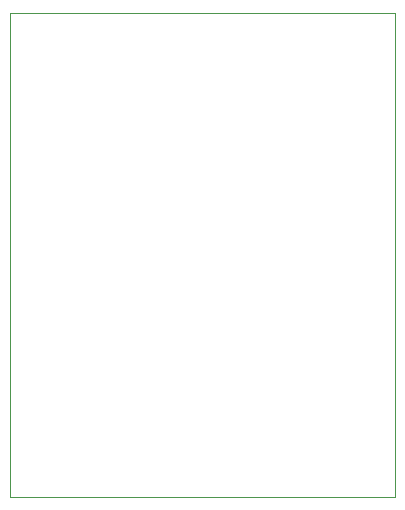
<source format=gm1>
G04 #@! TF.GenerationSoftware,KiCad,Pcbnew,7.0.1*
G04 #@! TF.CreationDate,2023-04-18T09:12:00+08:00*
G04 #@! TF.ProjectId,Front Control Panel,46726f6e-7420-4436-9f6e-74726f6c2050,rev?*
G04 #@! TF.SameCoordinates,Original*
G04 #@! TF.FileFunction,Profile,NP*
%FSLAX46Y46*%
G04 Gerber Fmt 4.6, Leading zero omitted, Abs format (unit mm)*
G04 Created by KiCad (PCBNEW 7.0.1) date 2023-04-18 09:12:00*
%MOMM*%
%LPD*%
G01*
G04 APERTURE LIST*
G04 #@! TA.AperFunction,Profile*
%ADD10C,0.100000*%
G04 #@! TD*
G04 APERTURE END LIST*
D10*
X75400000Y-50400000D02*
X108000000Y-50400000D01*
X108000000Y-91400000D01*
X75400000Y-91400000D01*
X75400000Y-50400000D01*
M02*

</source>
